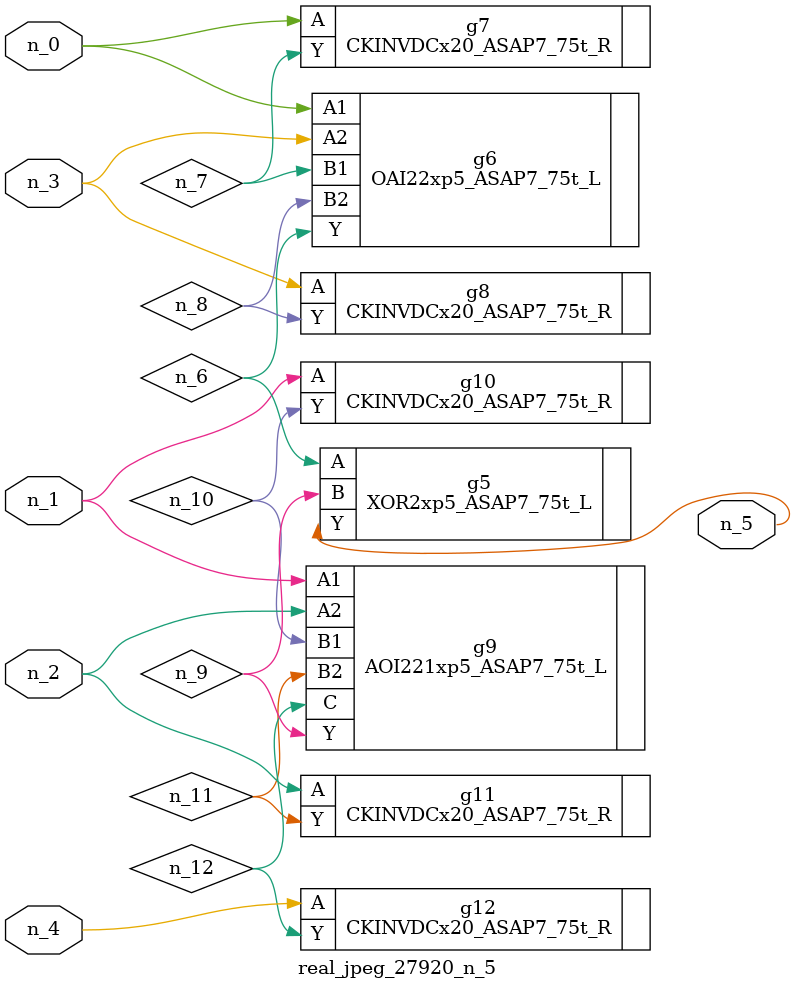
<source format=v>
module real_jpeg_27920_n_5 (n_4, n_0, n_1, n_2, n_3, n_5);

input n_4;
input n_0;
input n_1;
input n_2;
input n_3;

output n_5;

wire n_12;
wire n_8;
wire n_11;
wire n_6;
wire n_7;
wire n_10;
wire n_9;

OAI22xp5_ASAP7_75t_L g6 ( 
.A1(n_0),
.A2(n_3),
.B1(n_7),
.B2(n_8),
.Y(n_6)
);

CKINVDCx20_ASAP7_75t_R g7 ( 
.A(n_0),
.Y(n_7)
);

AOI221xp5_ASAP7_75t_L g9 ( 
.A1(n_1),
.A2(n_2),
.B1(n_10),
.B2(n_11),
.C(n_12),
.Y(n_9)
);

CKINVDCx20_ASAP7_75t_R g10 ( 
.A(n_1),
.Y(n_10)
);

CKINVDCx20_ASAP7_75t_R g11 ( 
.A(n_2),
.Y(n_11)
);

CKINVDCx20_ASAP7_75t_R g8 ( 
.A(n_3),
.Y(n_8)
);

CKINVDCx20_ASAP7_75t_R g12 ( 
.A(n_4),
.Y(n_12)
);

XOR2xp5_ASAP7_75t_L g5 ( 
.A(n_6),
.B(n_9),
.Y(n_5)
);


endmodule
</source>
